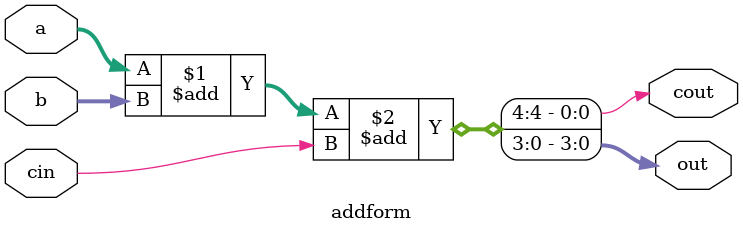
<source format=v>
`timescale 1ns / 1ps


module addform(a,b,cin,out,cout);
  input[3:0]a;
  input[3:0]b;
  input cin;
  output [3:0] out;
  output cout;
  
  assign{cout,out}=a+b+cin;
  


endmodule

</source>
